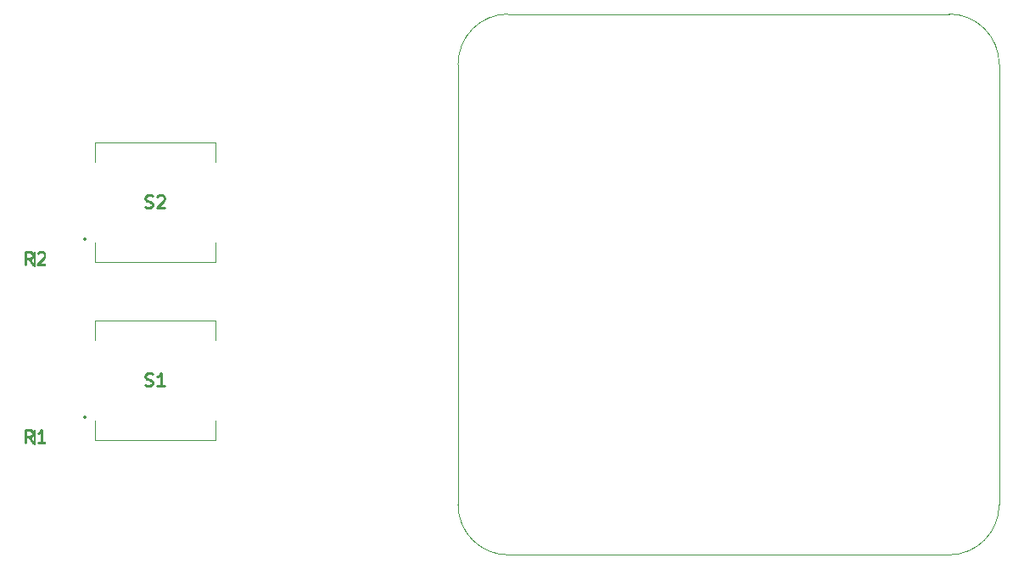
<source format=gto>
%TF.GenerationSoftware,KiCad,Pcbnew,(5.1.8)-1*%
%TF.CreationDate,2021-03-06T21:29:21+09:00*%
%TF.ProjectId,sub_bord,7375625f-626f-4726-942e-6b696361645f,rev?*%
%TF.SameCoordinates,PX9896800PY660b0c0*%
%TF.FileFunction,Legend,Top*%
%TF.FilePolarity,Positive*%
%FSLAX46Y46*%
G04 Gerber Fmt 4.6, Leading zero omitted, Abs format (unit mm)*
G04 Created by KiCad (PCBNEW (5.1.8)-1) date 2021-03-06 21:29:21*
%MOMM*%
%LPD*%
G01*
G04 APERTURE LIST*
%ADD10C,0.200000*%
%ADD11C,0.100000*%
%ADD12C,0.120000*%
%ADD13C,0.254000*%
%ADD14O,1.700000X1.950000*%
%ADD15O,1.700000X2.000000*%
%ADD16O,2.000000X1.700000*%
%ADD17R,1.050000X1.800000*%
%ADD18C,1.800000*%
%ADD19C,1.300000*%
%ADD20C,1.635000*%
%ADD21C,1.700000*%
G04 APERTURE END LIST*
D10*
%TO.C,R1*%
X10180000Y13720000D02*
X10180000Y12320000D01*
%TO.C,R2*%
X10180000Y30100000D02*
X10180000Y31500000D01*
D11*
%TO.C,S1*%
X16145000Y22695000D02*
X16145000Y24695000D01*
X16145000Y24695000D02*
X28145000Y24695000D01*
X28145000Y24695000D02*
X28145000Y22695000D01*
X16145000Y14695000D02*
X16145000Y12695000D01*
X16145000Y12695000D02*
X28145000Y12695000D01*
X28145000Y12695000D02*
X28145000Y14695000D01*
D10*
X15145000Y15095000D02*
X15145000Y15095000D01*
X15145000Y14895000D02*
X15145000Y14895000D01*
X15145000Y14895000D02*
G75*
G02*
X15145000Y15095000I0J100000D01*
G01*
X15145000Y15095000D02*
G75*
G02*
X15145000Y14895000I0J-100000D01*
G01*
%TO.C,S2*%
X15145000Y32675000D02*
X15145000Y32675000D01*
X15145000Y32875000D02*
X15145000Y32875000D01*
D11*
X28145000Y30475000D02*
X28145000Y32475000D01*
X16145000Y30475000D02*
X28145000Y30475000D01*
X16145000Y32475000D02*
X16145000Y30475000D01*
X28145000Y42475000D02*
X28145000Y40475000D01*
X16145000Y42475000D02*
X28145000Y42475000D01*
X16145000Y40475000D02*
X16145000Y42475000D01*
D10*
X15145000Y32875000D02*
G75*
G02*
X15145000Y32675000I0J-100000D01*
G01*
X15145000Y32675000D02*
G75*
G02*
X15145000Y32875000I0J100000D01*
G01*
D12*
%TO.C,U1*%
X52395000Y6260000D02*
X52395000Y50260000D01*
X57395000Y55260000D02*
X101395000Y55260000D01*
X106395000Y50260000D02*
X106395000Y6260000D01*
X101395000Y1260000D02*
X57395000Y1260000D01*
X52395000Y50260000D02*
G75*
G02*
X57395000Y55260000I5000000J0D01*
G01*
X101395000Y55260000D02*
G75*
G02*
X106395000Y50260000I0J-5000000D01*
G01*
X106395000Y6260000D02*
G75*
G02*
X101395000Y1260000I-5000000J0D01*
G01*
X57395000Y1260000D02*
G75*
G02*
X52395000Y6260000I0J5000000D01*
G01*
%TO.C,R1*%
D13*
X9968333Y12445477D02*
X9545000Y13050239D01*
X9242619Y12445477D02*
X9242619Y13715477D01*
X9726428Y13715477D01*
X9847380Y13655000D01*
X9907857Y13594524D01*
X9968333Y13473572D01*
X9968333Y13292143D01*
X9907857Y13171191D01*
X9847380Y13110715D01*
X9726428Y13050239D01*
X9242619Y13050239D01*
X11177857Y12445477D02*
X10452142Y12445477D01*
X10815000Y12445477D02*
X10815000Y13715477D01*
X10694047Y13534048D01*
X10573095Y13413096D01*
X10452142Y13352620D01*
%TO.C,R2*%
X9968333Y30225477D02*
X9545000Y30830239D01*
X9242619Y30225477D02*
X9242619Y31495477D01*
X9726428Y31495477D01*
X9847380Y31435000D01*
X9907857Y31374524D01*
X9968333Y31253572D01*
X9968333Y31072143D01*
X9907857Y30951191D01*
X9847380Y30890715D01*
X9726428Y30830239D01*
X9242619Y30830239D01*
X10452142Y31374524D02*
X10512619Y31435000D01*
X10633571Y31495477D01*
X10935952Y31495477D01*
X11056904Y31435000D01*
X11117380Y31374524D01*
X11177857Y31253572D01*
X11177857Y31132620D01*
X11117380Y30951191D01*
X10391666Y30225477D01*
X11177857Y30225477D01*
%TO.C,S1*%
X21177380Y18180953D02*
X21358809Y18120477D01*
X21661190Y18120477D01*
X21782142Y18180953D01*
X21842619Y18241429D01*
X21903095Y18362381D01*
X21903095Y18483334D01*
X21842619Y18604286D01*
X21782142Y18664762D01*
X21661190Y18725239D01*
X21419285Y18785715D01*
X21298333Y18846191D01*
X21237857Y18906667D01*
X21177380Y19027620D01*
X21177380Y19148572D01*
X21237857Y19269524D01*
X21298333Y19330000D01*
X21419285Y19390477D01*
X21721666Y19390477D01*
X21903095Y19330000D01*
X23112619Y18120477D02*
X22386904Y18120477D01*
X22749761Y18120477D02*
X22749761Y19390477D01*
X22628809Y19209048D01*
X22507857Y19088096D01*
X22386904Y19027620D01*
%TO.C,S2*%
X21177380Y35960953D02*
X21358809Y35900477D01*
X21661190Y35900477D01*
X21782142Y35960953D01*
X21842619Y36021429D01*
X21903095Y36142381D01*
X21903095Y36263334D01*
X21842619Y36384286D01*
X21782142Y36444762D01*
X21661190Y36505239D01*
X21419285Y36565715D01*
X21298333Y36626191D01*
X21237857Y36686667D01*
X21177380Y36807620D01*
X21177380Y36928572D01*
X21237857Y37049524D01*
X21298333Y37110000D01*
X21419285Y37170477D01*
X21721666Y37170477D01*
X21903095Y37110000D01*
X22386904Y37049524D02*
X22447380Y37110000D01*
X22568333Y37170477D01*
X22870714Y37170477D01*
X22991666Y37110000D01*
X23052142Y37049524D01*
X23112619Y36928572D01*
X23112619Y36807620D01*
X23052142Y36626191D01*
X22326428Y35900477D01*
X23112619Y35900477D01*
%TD*%
%LPC*%
%TO.C,J2*%
G36*
G01*
X22030000Y52935000D02*
X22030000Y54385000D01*
G75*
G02*
X22280000Y54635000I250000J0D01*
G01*
X23480000Y54635000D01*
G75*
G02*
X23730000Y54385000I0J-250000D01*
G01*
X23730000Y52935000D01*
G75*
G02*
X23480000Y52685000I-250000J0D01*
G01*
X22280000Y52685000D01*
G75*
G02*
X22030000Y52935000I0J250000D01*
G01*
G37*
D14*
X25380000Y53660000D03*
X27880000Y53660000D03*
X30380000Y53660000D03*
%TD*%
%TO.C,J3*%
X48080000Y15560000D03*
X45580000Y15560000D03*
X43080000Y15560000D03*
X40580000Y15560000D03*
X38080000Y15560000D03*
G36*
G01*
X34730000Y14835000D02*
X34730000Y16285000D01*
G75*
G02*
X34980000Y16535000I250000J0D01*
G01*
X36180000Y16535000D01*
G75*
G02*
X36430000Y16285000I0J-250000D01*
G01*
X36430000Y14835000D01*
G75*
G02*
X36180000Y14585000I-250000J0D01*
G01*
X34980000Y14585000D01*
G75*
G02*
X34730000Y14835000I0J250000D01*
G01*
G37*
%TD*%
%TO.C,J4*%
G36*
G01*
X34730000Y22455000D02*
X34730000Y23905000D01*
G75*
G02*
X34980000Y24155000I250000J0D01*
G01*
X36180000Y24155000D01*
G75*
G02*
X36430000Y23905000I0J-250000D01*
G01*
X36430000Y22455000D01*
G75*
G02*
X36180000Y22205000I-250000J0D01*
G01*
X34980000Y22205000D01*
G75*
G02*
X34730000Y22455000I0J250000D01*
G01*
G37*
X38080000Y23180000D03*
X40580000Y23180000D03*
X43080000Y23180000D03*
X45580000Y23180000D03*
X48080000Y23180000D03*
%TD*%
%TO.C,J5*%
X48080000Y30800000D03*
X45580000Y30800000D03*
X43080000Y30800000D03*
X40580000Y30800000D03*
X38080000Y30800000D03*
G36*
G01*
X34730000Y30075000D02*
X34730000Y31525000D01*
G75*
G02*
X34980000Y31775000I250000J0D01*
G01*
X36180000Y31775000D01*
G75*
G02*
X36430000Y31525000I0J-250000D01*
G01*
X36430000Y30075000D01*
G75*
G02*
X36180000Y29825000I-250000J0D01*
G01*
X34980000Y29825000D01*
G75*
G02*
X34730000Y30075000I0J250000D01*
G01*
G37*
%TD*%
%TO.C,J6*%
G36*
G01*
X34730000Y37695000D02*
X34730000Y39145000D01*
G75*
G02*
X34980000Y39395000I250000J0D01*
G01*
X36180000Y39395000D01*
G75*
G02*
X36430000Y39145000I0J-250000D01*
G01*
X36430000Y37695000D01*
G75*
G02*
X36180000Y37445000I-250000J0D01*
G01*
X34980000Y37445000D01*
G75*
G02*
X34730000Y37695000I0J250000D01*
G01*
G37*
X38080000Y38420000D03*
X40580000Y38420000D03*
X43080000Y38420000D03*
X45580000Y38420000D03*
X48080000Y38420000D03*
%TD*%
%TO.C,J7*%
G36*
G01*
X37270000Y52910000D02*
X37270000Y54410000D01*
G75*
G02*
X37520000Y54660000I250000J0D01*
G01*
X38720000Y54660000D01*
G75*
G02*
X38970000Y54410000I0J-250000D01*
G01*
X38970000Y52910000D01*
G75*
G02*
X38720000Y52660000I-250000J0D01*
G01*
X37520000Y52660000D01*
G75*
G02*
X37270000Y52910000I0J250000D01*
G01*
G37*
D15*
X40620000Y53660000D03*
%TD*%
%TO.C,J8*%
X17760000Y5400000D03*
G36*
G01*
X14410000Y4650000D02*
X14410000Y6150000D01*
G75*
G02*
X14660000Y6400000I250000J0D01*
G01*
X15860000Y6400000D01*
G75*
G02*
X16110000Y6150000I0J-250000D01*
G01*
X16110000Y4650000D01*
G75*
G02*
X15860000Y4400000I-250000J0D01*
G01*
X14660000Y4400000D01*
G75*
G02*
X14410000Y4650000I0J250000D01*
G01*
G37*
%TD*%
%TO.C,J9*%
G36*
G01*
X24570000Y4650000D02*
X24570000Y6150000D01*
G75*
G02*
X24820000Y6400000I250000J0D01*
G01*
X26020000Y6400000D01*
G75*
G02*
X26270000Y6150000I0J-250000D01*
G01*
X26270000Y4650000D01*
G75*
G02*
X26020000Y4400000I-250000J0D01*
G01*
X24820000Y4400000D01*
G75*
G02*
X24570000Y4650000I0J250000D01*
G01*
G37*
X27920000Y5400000D03*
%TD*%
D16*
%TO.C,J10*%
X5100000Y38460000D03*
G36*
G01*
X4350000Y41810000D02*
X5850000Y41810000D01*
G75*
G02*
X6100000Y41560000I0J-250000D01*
G01*
X6100000Y40360000D01*
G75*
G02*
X5850000Y40110000I-250000J0D01*
G01*
X4350000Y40110000D01*
G75*
G02*
X4100000Y40360000I0J250000D01*
G01*
X4100000Y41560000D01*
G75*
G02*
X4350000Y41810000I250000J0D01*
G01*
G37*
%TD*%
%TO.C,J11*%
G36*
G01*
X47430000Y52910000D02*
X47430000Y54410000D01*
G75*
G02*
X47680000Y54660000I250000J0D01*
G01*
X48880000Y54660000D01*
G75*
G02*
X49130000Y54410000I0J-250000D01*
G01*
X49130000Y52910000D01*
G75*
G02*
X48880000Y52660000I-250000J0D01*
G01*
X47680000Y52660000D01*
G75*
G02*
X47430000Y52910000I0J250000D01*
G01*
G37*
D15*
X50780000Y53660000D03*
%TD*%
D17*
%TO.C,R1*%
X11730000Y13020000D03*
X8630000Y13020000D03*
%TD*%
%TO.C,R2*%
X11730000Y30800000D03*
X8630000Y30800000D03*
%TD*%
D18*
%TO.C,S1*%
X15895000Y16195000D03*
X28395000Y16195000D03*
X15895000Y21195000D03*
X28395000Y21195000D03*
D19*
X18335000Y13615000D03*
X25955000Y23775000D03*
%TD*%
%TO.C,S2*%
X25955000Y41555000D03*
X18335000Y31395000D03*
D18*
X28395000Y38975000D03*
X15895000Y38975000D03*
X28395000Y33975000D03*
X15895000Y33975000D03*
%TD*%
D20*
%TO.C,S3*%
X38120000Y62550000D03*
X35580000Y62550000D03*
X33040000Y62550000D03*
%TD*%
%TO.C,S4*%
X44470000Y62550000D03*
X47010000Y62550000D03*
X49550000Y62550000D03*
%TD*%
D21*
%TO.C,U1*%
X97125000Y50990000D03*
X94585000Y50990000D03*
X92045000Y50990000D03*
X89505000Y50990000D03*
X86965000Y50990000D03*
X84425000Y50990000D03*
X81885000Y50990000D03*
X79345000Y50990000D03*
X76805000Y50990000D03*
X74265000Y50990000D03*
X71725000Y50990000D03*
X69185000Y50990000D03*
X66645000Y50990000D03*
X64105000Y50990000D03*
X61565000Y50990000D03*
X97125000Y48450000D03*
X94585000Y48450000D03*
X92045000Y48450000D03*
X89505000Y48450000D03*
X86965000Y48450000D03*
X84425000Y48450000D03*
X81885000Y48450000D03*
X79345000Y48450000D03*
X76805000Y48450000D03*
X74265000Y48450000D03*
X71725000Y48450000D03*
X69185000Y48450000D03*
X66645000Y48450000D03*
X64105000Y48450000D03*
X61565000Y48450000D03*
%TD*%
%TO.C,J1*%
G36*
G01*
X4250000Y52935000D02*
X4250000Y54385000D01*
G75*
G02*
X4500000Y54635000I250000J0D01*
G01*
X5700000Y54635000D01*
G75*
G02*
X5950000Y54385000I0J-250000D01*
G01*
X5950000Y52935000D01*
G75*
G02*
X5700000Y52685000I-250000J0D01*
G01*
X4500000Y52685000D01*
G75*
G02*
X4250000Y52935000I0J250000D01*
G01*
G37*
D14*
X7600000Y53660000D03*
X10100000Y53660000D03*
X12600000Y53660000D03*
X15100000Y53660000D03*
%TD*%
M02*

</source>
